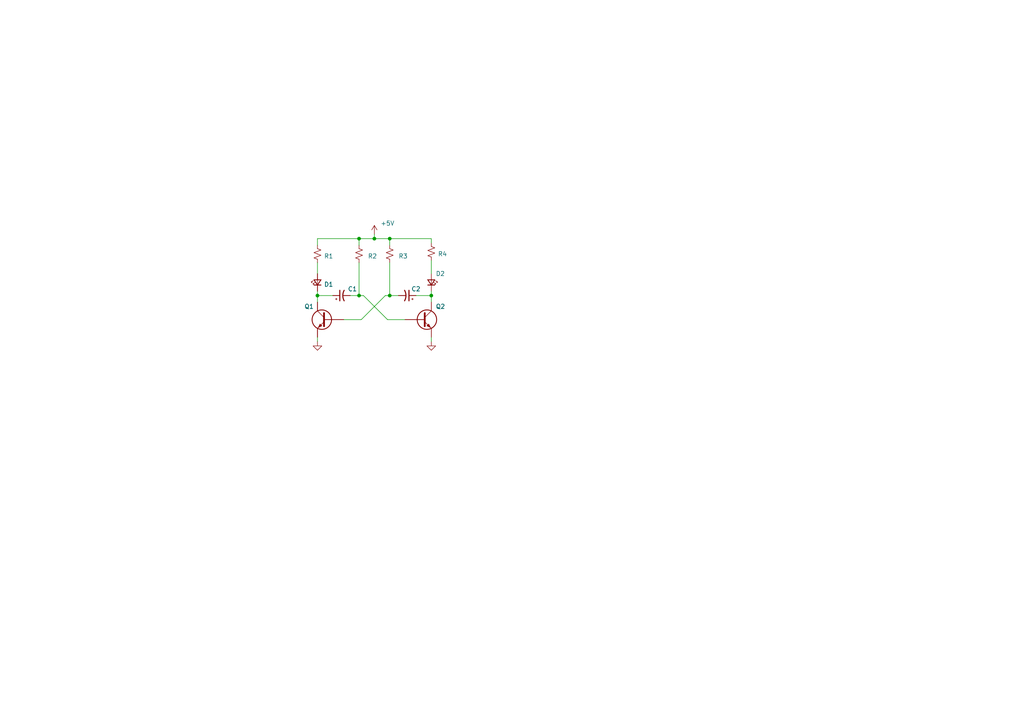
<source format=kicad_sch>
(kicad_sch (version 20220622) (generator eeschema)
  (paper "A4")
  (lib_symbols
    (symbol "2N3904_1" (pin_numbers hide) (pin_names (offset 0) hide)
      (property "Reference" "Q" (at 5.08 1.905 0))
      (property "Value" "2N3904_1" (at 5.08 0 0))
      (symbol "2N3904_1_0_1"
        (polyline (pts (xy 0.635 0.635) (xy 2.54 2.54)))
        (polyline (pts (xy 0.635 -0.635) (xy 2.54 -2.54) (xy 2.54 -2.54)))
        (polyline (pts (xy 0.635 1.905) (xy 0.635 -1.905) (xy 0.635 -1.905)) (stroke (width 0.508)))
        (polyline (pts (xy 1.27 -1.778) (xy 1.778 -1.27) (xy 2.286 -2.286) (xy 1.27 -1.778) (xy 1.27 -1.778)) (fill (type outline)))
        (circle (center 1.27 0) (radius 2.8194) (stroke (width 0.254)))
      )
      (symbol "2N3904_1_1_1"
        (pin passive line (at 2.54 -5.08 90) (length 2.54) (name "E") (number "1"))
        (pin passive line (at -5.08 0 0) (length 5.715) (name "B") (number "2"))
        (pin passive line (at 2.54 5.08 270) (length 2.54) (name "C") (number "3"))
      )
    )
    (symbol "Device:C_Polarized_Small_US" (pin_numbers hide) (pin_names (offset 0.254) hide)
      (property "Reference" "C" (at 0.254 1.778 0))
      (property "Value" "C_Polarized_Small_US" (at 0.254 -2.032 0))
      (symbol "C_Polarized_Small_US_0_1"
        (polyline (pts (xy -1.524 0.508) (xy 1.524 0.508)) (stroke (width 0.3048)))
        (polyline (pts (xy -1.27 1.524) (xy -0.762 1.524)))
        (polyline (pts (xy -1.016 1.27) (xy -1.016 1.778)))
        (arc (start 1.524 -0.762) (mid 0 -0.3734) (end -1.524 -0.762) (stroke (width 0.3048)))
      )
      (symbol "C_Polarized_Small_US_1_1"
        (pin passive line (at 0 2.54 270) (length 2.032) (name "~") (number "1"))
        (pin passive line (at 0 -2.54 90) (length 2.032) (name "~") (number "2"))
      )
    )
    (symbol "Device:LED_Small" (pin_numbers hide) (pin_names (offset 0.254) hide)
      (property "Reference" "D" (at -1.27 3.175 0))
      (property "Value" "LED_Small" (at -4.445 -2.54 0))
      (symbol "LED_Small_0_1"
        (polyline (pts (xy -0.762 -1.016) (xy -0.762 1.016)) (stroke (width 0.254)))
        (polyline (pts (xy 1.016 0) (xy -0.762 0)))
        (polyline (pts (xy 0.762 -1.016) (xy -0.762 0) (xy 0.762 1.016) (xy 0.762 -1.016)) (stroke (width 0.254)))
        (polyline (pts (xy 0 0.762) (xy -0.508 1.27) (xy -0.254 1.27) (xy -0.508 1.27) (xy -0.508 1.016)))
        (polyline (pts (xy 0.508 1.27) (xy 0 1.778) (xy 0.254 1.778) (xy 0 1.778) (xy 0 1.524)))
      )
      (symbol "LED_Small_1_1"
        (pin passive line (at -2.54 0 0) (length 1.778) (name "K") (number "1"))
        (pin passive line (at 2.54 0 180) (length 1.778) (name "A") (number "2"))
      )
    )
    (symbol "Device:R_Small_US" (pin_numbers hide) (pin_names (offset 0.254) hide)
      (property "Reference" "R" (at 0.762 0.508 0))
      (property "Value" "R_Small_US" (at 0.762 -1.016 0))
      (symbol "R_Small_US_1_1"
        (polyline (pts (xy 0 0) (xy 1.016 -0.381) (xy 0 -0.762) (xy -1.016 -1.143) (xy 0 -1.524)))
        (polyline (pts (xy 0 1.524) (xy 1.016 1.143) (xy 0 0.762) (xy -1.016 0.381) (xy 0 0)))
        (pin passive line (at 0 2.54 270) (length 1.016) (name "~") (number "1"))
        (pin passive line (at 0 -2.54 90) (length 1.016) (name "~") (number "2"))
      )
    )
    (symbol "Transistor_BJT:2N3904" (pin_numbers hide) (pin_names (offset 0) hide)
      (property "Reference" "Q" (at 5.08 1.905 0))
      (property "Value" "2N3904" (at 5.08 0 0))
      (symbol "2N3904_0_1"
        (polyline (pts (xy 0.635 0.635) (xy 2.54 2.54)))
        (polyline (pts (xy 0.635 -0.635) (xy 2.54 -2.54) (xy 2.54 -2.54)))
        (polyline (pts (xy 0.635 1.905) (xy 0.635 -1.905) (xy 0.635 -1.905)) (stroke (width 0.508)))
        (polyline (pts (xy 1.27 -1.778) (xy 1.778 -1.27) (xy 2.286 -2.286) (xy 1.27 -1.778) (xy 1.27 -1.778)) (fill (type outline)))
        (circle (center 1.27 0) (radius 2.8194) (stroke (width 0.254)))
      )
      (symbol "2N3904_1_1"
        (pin passive line (at 2.54 -5.08 90) (length 2.54) (name "E") (number "1"))
        (pin passive line (at -5.08 0 0) (length 5.715) (name "B") (number "2"))
        (pin passive line (at 2.54 5.08 270) (length 2.54) (name "C") (number "3"))
      )
    )
    (symbol "power:+5V" (power) (pin_names (offset 0))
      (property "Value" "+5V" (at 0 3.556 0))
      (symbol "+5V_0_1"
        (polyline (pts (xy -0.762 1.27) (xy 0 2.54)))
        (polyline (pts (xy 0 0) (xy 0 2.54)))
        (polyline (pts (xy 0 2.54) (xy 0.762 1.27)))
      )
      (symbol "+5V_1_1"
        (pin power_in line (at 0 0 90) (length 0) hide (name "+5V") (number "1"))
      )
    )
    (symbol "power:GND" (power) (pin_names (offset 0))
      (property "Value" "GND" (at 0 -3.81 0))
      (symbol "GND_0_1"
        (polyline (pts (xy 0 0) (xy 0 -1.27) (xy 1.27 -1.27) (xy 0 -2.54) (xy -1.27 -1.27) (xy 0 -1.27)))
      )
      (symbol "GND_1_1"
        (pin power_in line (at 0 0 270) (length 0) hide (name "GND") (number "1"))
      )
    )
  )
  (junction (at 92.075 85.725))
  (junction (at 125.095 85.725))
  (junction (at 104.14 85.725))
  (junction (at 108.585 69.215))
  (junction (at 113.03 85.725))
  (junction (at 113.03 69.215))
  (junction (at 104.14 69.215))
  (wire (pts (xy 92.075 97.79) (xy 92.075 99.06)))
  (wire (pts (xy 92.075 85.725) (xy 96.52 85.725)))
  (wire (pts (xy 104.14 76.2) (xy 104.14 85.725)))
  (wire (pts (xy 92.075 84.455) (xy 92.075 85.725)))
  (wire (pts (xy 104.14 85.725) (xy 101.6 85.725)))
  (wire (pts (xy 92.075 85.725) (xy 92.075 87.63)))
  (wire (pts (xy 111.76 85.725) (xy 104.775 92.71)))
  (wire (pts (xy 112.395 92.71) (xy 117.475 92.71)))
  (wire (pts (xy 113.03 76.2) (xy 113.03 85.725)))
  (wire (pts (xy 125.095 75.565) (xy 125.095 79.375)))
  (wire (pts (xy 104.14 85.725) (xy 105.41 85.725)))
  (wire (pts (xy 113.03 85.725) (xy 115.57 85.725)))
  (wire (pts (xy 92.075 71.12) (xy 92.075 69.215)))
  (wire (pts (xy 92.075 76.2) (xy 92.075 79.375)))
  (wire (pts (xy 125.095 85.725) (xy 125.095 87.63)))
  (wire (pts (xy 104.14 69.215) (xy 108.585 69.215)))
  (wire (pts (xy 125.095 84.455) (xy 125.095 85.725)))
  (wire (pts (xy 113.03 69.215) (xy 113.03 71.12)))
  (wire (pts (xy 113.03 85.725) (xy 111.76 85.725)))
  (wire (pts (xy 105.41 85.725) (xy 112.395 92.71)))
  (wire (pts (xy 104.14 69.215) (xy 104.14 71.12)))
  (wire (pts (xy 99.695 92.71) (xy 104.775 92.71)))
  (wire (pts (xy 125.095 97.79) (xy 125.095 99.06)))
  (wire (pts (xy 92.075 69.215) (xy 104.14 69.215)))
  (wire (pts (xy 113.03 69.215) (xy 125.095 69.215)))
  (wire (pts (xy 108.585 69.215) (xy 113.03 69.215)))
  (wire (pts (xy 120.65 85.725) (xy 125.095 85.725)))
  (wire (pts (xy 125.095 69.215) (xy 125.095 70.485)))
  (wire (pts (xy 108.585 67.945) (xy 108.585 69.215)))
  (symbol (lib_id "Device:R_Small_US") (at 104.14 73.66 0) (unit 1)
    (default_instance (reference "R") (unit 1) (value "R_Small_US") (footprint ""))
    (property "Reference" "R2" (at 106.68 74.295 0) (effects (justify left)))
    (property "Value" "R_Small_US" (effects hide))
  )
  (symbol (lib_id "Device:C_Polarized_Small_US") (at 118.11 85.725 270) (mirror x) (unit 1)
    (default_instance (reference "C") (unit 1) (value "C_Polarized_Small_US") (footprint ""))
    (property "Reference" "C2" (at 120.65 83.82 90))
    (property "Value" "C_Polarized_Small_US" (effects hide))
  )
  (symbol (lib_id "Device:R_Small_US") (at 113.03 73.66 0) (unit 1)
    (default_instance (reference "R") (unit 1) (value "R_Small_US") (footprint ""))
    (property "Reference" "R3" (at 115.57 74.295 0) (effects (justify left)))
    (property "Value" "R_Small_US" (effects hide))
  )
  (symbol (lib_id "power:GND") (at 125.095 99.06 0) (unit 1)
    (default_instance (reference "#PWR") (unit 1) (value "GND") (footprint ""))
    (property "Reference" "#PWR?" (effects hide))
    (property "Value" "GND" (effects hide))
  )
  (symbol (lib_id "Transistor_BJT:2N3904") (at 122.555 92.71 0) (unit 1)
    (default_instance (reference "Q") (unit 1) (value "2N3904") (footprint "Package_TO_SOT_THT:TO-92_Inline"))
    (property "Reference" "Q2" (at 126.365 88.9 0) (effects (justify left)))
    (property "Value" "2N3904" (effects hide))
    (property "Footprint" "Package_TO_SOT_THT:TO-92_Inline" (effects hide))
    (property "Datasheet" "https://www.onsemi.com/pub/Collateral/2N3903-D.PDF" (effects hide))
  )
  (symbol (lib_id "Device:LED_Small") (at 92.075 81.915 90) (unit 1)
    (default_instance (reference "D") (unit 1) (value "LED_Small") (footprint ""))
    (property "Reference" "D1" (at 93.98 82.4865 90) (effects (justify right)))
    (property "Value" "LED_Small" (effects hide))
  )
  (symbol (lib_id "power:+5V") (at 108.585 67.945 0) (unit 1)
    (default_instance (reference "#PWR") (unit 1) (value "+5V") (footprint ""))
    (property "Reference" "#PWR?" (effects hide))
    (property "Value" "+5V" (at 112.395 64.77 0))
  )
  (symbol (lib_id "power:GND") (at 92.075 99.06 0) (unit 1)
    (default_instance (reference "#PWR") (unit 1) (value "GND") (footprint ""))
    (property "Reference" "#PWR?" (effects hide))
    (property "Value" "GND" (effects hide))
  )
  (symbol (lib_id "Device:R_Small_US") (at 92.075 73.66 0) (unit 1)
    (default_instance (reference "R") (unit 1) (value "R_Small_US") (footprint ""))
    (property "Reference" "R1" (at 93.98 74.295 0) (effects (justify left)))
    (property "Value" "R_Small_US" (effects hide))
  )
  (symbol (lib_id "Device:R_Small_US") (at 125.095 73.025 0) (unit 1)
    (default_instance (reference "R") (unit 1) (value "R_Small_US") (footprint ""))
    (property "Reference" "R4" (at 127 73.66 0) (effects (justify left)))
    (property "Value" "R_Small_US" (effects hide))
  )
  (symbol (lib_id "Device:C_Polarized_Small_US") (at 99.06 85.725 90) (unit 1)
    (default_instance (reference "C") (unit 1) (value "C_Polarized_Small_US") (footprint ""))
    (property "Reference" "C1" (at 102.235 83.82 90))
    (property "Value" "C_Polarized_Small_US" (effects hide))
  )
  (symbol (lib_id "Device:LED_Small") (at 125.095 81.915 270) (mirror x) (unit 1)
    (default_instance (reference "D") (unit 1) (value "LED_Small") (footprint ""))
    (property "Reference" "D2" (at 126.365 79.375 90) (effects (justify left)))
    (property "Value" "LED_Small" (effects hide))
  )
  (symbol (lib_name "2N3904_1") (lib_id "Transistor_BJT:2N3904") (at 94.615 92.71 0) (mirror y) (unit 1)
    (default_instance (reference "Q") (unit 1) (value "2N3904") (footprint "Package_TO_SOT_THT:TO-92_Inline"))
    (property "Reference" "Q1" (at 88.265 88.9 0) (effects (justify right)))
    (property "Value" "2N3904" (effects hide))
    (property "Footprint" "Package_TO_SOT_THT:TO-92_Inline" (effects hide))
    (property "Datasheet" "https://www.onsemi.com/pub/Collateral/2N3903-D.PDF" (effects hide))
  )
)
</source>
